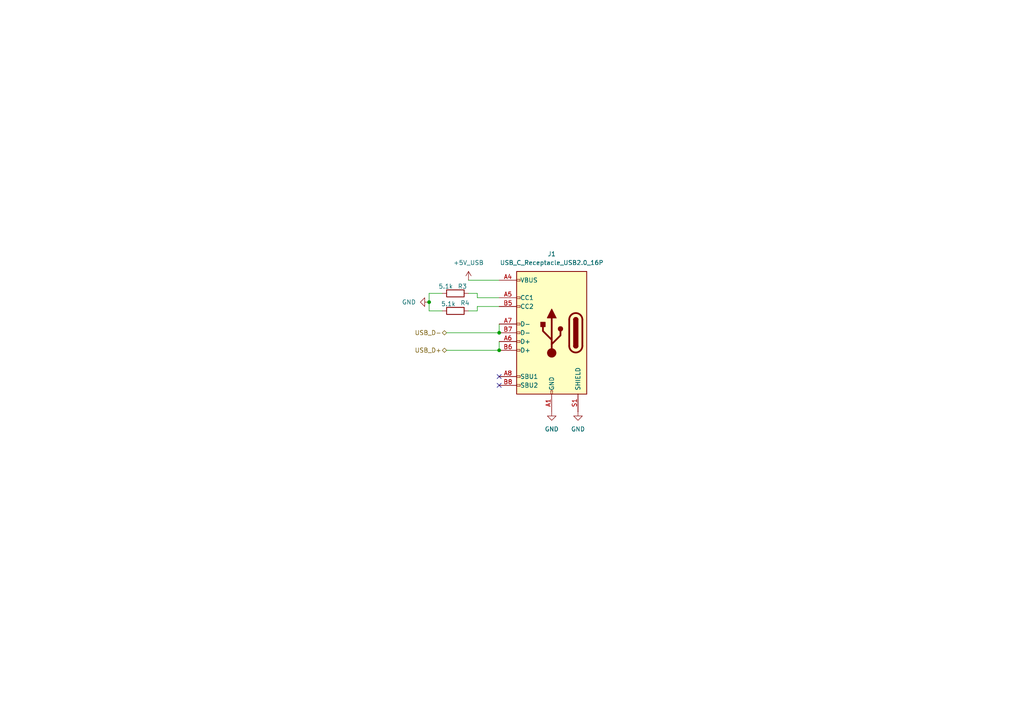
<source format=kicad_sch>
(kicad_sch (version 20250114) (generator "eeschema") (generator_version "9.0")
  (paper "A4")
  (lib_symbols
    (symbol "Connector:USB_C_Receptacle_USB2.0_16P" (pin_names (offset 1.016))
      (property "Reference" "J" (at 0 22.225 0))
      (property "Value" "USB_C_Receptacle_USB2.0_16P" (at 0 19.685 0))
      (symbol "USB_C_Receptacle_USB2.0_16P_0_0"
        (rectangle (start -0.254 -17.78) (end 0.254 -16.764))
        (rectangle (start 10.16 15.494) (end 9.144 14.986))
        (rectangle (start 10.16 10.414) (end 9.144 9.906))
        (rectangle (start 10.16 7.874) (end 9.144 7.366))
        (rectangle (start 10.16 2.794) (end 9.144 2.286))
        (rectangle (start 10.16 0.254) (end 9.144 -0.254))
        (rectangle (start 10.16 -2.286) (end 9.144 -2.794))
        (rectangle (start 10.16 -4.826) (end 9.144 -5.334))
        (rectangle (start 10.16 -12.446) (end 9.144 -12.954))
        (rectangle (start 10.16 -14.986) (end 9.144 -15.494))
      )
      (symbol "USB_C_Receptacle_USB2.0_16P_0_1"
        (rectangle (start -10.16 17.78) (end 10.16 -17.78) (stroke (width 0.254)) (fill (type background)))
        (polyline (pts (xy -8.89 -3.81) (xy -8.89 3.81)) (stroke (width 0.508)))
        (rectangle (start -7.62 -3.81) (end -6.35 3.81) (stroke (width 0.254)) (fill (type outline)))
        (arc (start -7.62 3.81) (mid -6.985 4.4423) (end -6.35 3.81) (stroke (width 0.254)))
        (arc (start -7.62 3.81) (mid -6.985 4.4423) (end -6.35 3.81) (stroke (width 0.254)) (fill (type outline)))
        (arc (start -8.89 3.81) (mid -6.985 5.7067) (end -5.08 3.81) (stroke (width 0.508)))
        (arc (start -5.08 -3.81) (mid -6.985 -5.7067) (end -8.89 -3.81) (stroke (width 0.508)))
        (arc (start -6.35 -3.81) (mid -6.985 -4.4423) (end -7.62 -3.81) (stroke (width 0.254)))
        (arc (start -6.35 -3.81) (mid -6.985 -4.4423) (end -7.62 -3.81) (stroke (width 0.254)) (fill (type outline)))
        (polyline (pts (xy -5.08 3.81) (xy -5.08 -3.81)) (stroke (width 0.508)))
        (circle (center -2.54 1.143) (radius 0.635) (stroke (width 0.254)) (fill (type outline)))
        (polyline (pts (xy -1.27 4.318) (xy 0 6.858) (xy 1.27 4.318) (xy -1.27 4.318)) (stroke (width 0.254)) (fill (type outline)))
        (polyline (pts (xy 0 -2.032) (xy 2.54 0.508) (xy 2.54 1.778)) (stroke (width 0.508)))
        (polyline (pts (xy 0 -3.302) (xy -2.54 -0.762) (xy -2.54 0.508)) (stroke (width 0.508)))
        (polyline (pts (xy 0 -5.842) (xy 0 4.318)) (stroke (width 0.508)))
        (circle (center 0 -5.842) (radius 1.27) (fill (type outline)))
        (rectangle (start 1.905 1.778) (end 3.175 3.048) (stroke (width 0.254)) (fill (type outline)))
      )
      (symbol "USB_C_Receptacle_USB2.0_16P_1_1"
        (pin passive line (at -7.62 -22.86 90) (length 5.08) (name "SHIELD") (number "S1"))
        (pin passive line (at 0 -22.86 90) (length 5.08) (name "GND") (number "A1"))
        (pin passive line (at 0 -22.86 90) (length 5.08) (hide yes) (name "GND") (number "A12"))
        (pin passive line (at 0 -22.86 90) (length 5.08) (hide yes) (name "GND") (number "B1"))
        (pin passive line (at 0 -22.86 90) (length 5.08) (hide yes) (name "GND") (number "B12"))
        (pin passive line (at 15.24 15.24 180) (length 5.08) (name "VBUS") (number "A4"))
        (pin passive line (at 15.24 15.24 180) (length 5.08) (hide yes) (name "VBUS") (number "A9"))
        (pin passive line (at 15.24 15.24 180) (length 5.08) (hide yes) (name "VBUS") (number "B4"))
        (pin passive line (at 15.24 15.24 180) (length 5.08) (hide yes) (name "VBUS") (number "B9"))
        (pin bidirectional line (at 15.24 10.16 180) (length 5.08) (name "CC1") (number "A5"))
        (pin bidirectional line (at 15.24 7.62 180) (length 5.08) (name "CC2") (number "B5"))
        (pin bidirectional line (at 15.24 2.54 180) (length 5.08) (name "D-") (number "A7"))
        (pin bidirectional line (at 15.24 0 180) (length 5.08) (name "D-") (number "B7"))
        (pin bidirectional line (at 15.24 -2.54 180) (length 5.08) (name "D+") (number "A6"))
        (pin bidirectional line (at 15.24 -5.08 180) (length 5.08) (name "D+") (number "B6"))
        (pin bidirectional line (at 15.24 -12.7 180) (length 5.08) (name "SBU1") (number "A8"))
        (pin bidirectional line (at 15.24 -15.24 180) (length 5.08) (name "SBU2") (number "B8"))
      )
    )
    (symbol "Device:R" (pin_numbers (hide yes)) (pin_names (offset 0))
      (property "Reference" "R" (at 2.032 0 90))
      (property "Value" "R" (at 0 0 90))
      (symbol "R_0_1"
        (rectangle (start -1.016 -2.54) (end 1.016 2.54) (stroke (width 0.254)))
      )
      (symbol "R_1_1"
        (pin passive line (at 0 3.81 270) (length 1.27) (name "~") (number "1"))
        (pin passive line (at 0 -3.81 90) (length 1.27) (name "~") (number "2"))
      )
    )
    (symbol "power:+5V" (power) (pin_numbers (hide yes)) (pin_names (offset 0) (hide yes))
      (property "Value" "+5V" (at 0 3.556 0))
      (symbol "+5V_0_1"
        (polyline (pts (xy -0.762 1.27) (xy 0 2.54)))
        (polyline (pts (xy 0 2.54) (xy 0.762 1.27)))
        (polyline (pts (xy 0 0) (xy 0 2.54)))
      )
      (symbol "+5V_1_1"
        (pin power_in line (at 0 0 90) (length 0) (name "~") (number "1"))
      )
    )
    (symbol "power:GND" (power) (pin_numbers (hide yes)) (pin_names (offset 0) (hide yes))
      (property "Value" "GND" (at 0 -3.81 0))
      (symbol "GND_0_1"
        (polyline (pts (xy 0 0) (xy 0 -1.27) (xy 1.27 -1.27) (xy 0 -2.54) (xy -1.27 -1.27) (xy 0 -1.27)))
      )
      (symbol "GND_1_1"
        (pin power_in line (at 0 0 270) (length 0) (name "~") (number "1"))
      )
    )
  )
  (junction (at 144.78 101.6))
  (junction (at 124.46 87.63))
  (junction (at 144.78 96.52))
  (no_connect (at 144.78 111.76))
  (no_connect (at 144.78 109.22))
  (wire (pts (xy 144.78 86.36) (xy 138.43 86.36)))
  (wire (pts (xy 138.43 88.9) (xy 144.78 88.9)))
  (wire (pts (xy 135.89 81.28) (xy 144.78 81.28)))
  (wire (pts (xy 135.89 90.17) (xy 138.43 90.17)))
  (wire (pts (xy 124.46 90.17) (xy 128.27 90.17)))
  (wire (pts (xy 128.27 85.09) (xy 124.46 85.09)))
  (wire (pts (xy 129.54 101.6) (xy 144.78 101.6)))
  (wire (pts (xy 124.46 87.63) (xy 124.46 90.17)))
  (wire (pts (xy 138.43 90.17) (xy 138.43 88.9)))
  (wire (pts (xy 138.43 86.36) (xy 138.43 85.09)))
  (wire (pts (xy 129.54 96.52) (xy 144.78 96.52)))
  (wire (pts (xy 144.78 93.98) (xy 144.78 96.52)))
  (wire (pts (xy 124.46 85.09) (xy 124.46 87.63)))
  (wire (pts (xy 138.43 85.09) (xy 135.89 85.09)))
  (wire (pts (xy 144.78 99.06) (xy 144.78 101.6)))
  (hierarchical_label "USB_D+" (shape bidirectional) (at 129.54 101.6 180))
  (hierarchical_label "USB_D-" (shape bidirectional) (at 129.54 96.52 180))
  (symbol (lib_id "power:+5V") (at 135.89 81.28 0) (unit 1)
    (property "Reference" "#PWR010" (effects (hide yes)))
    (property "Value" "+5V_USB" (at 135.89 76.2 0))
    (property "Description" "Power symbol creates a global label with name \"+5V\"" (effects (hide yes)))
  )
  (symbol (lib_id "Device:R") (at 132.08 85.09 270) (unit 1)
    (property "Reference" "R3" (at 134.112 83.058 90))
    (property "Value" "5.1k" (at 129.286 83.058 90))
    (property "Description" "Resistor" (effects (hide yes)))
  )
  (symbol (lib_id "power:GND") (at 124.46 87.63 270) (unit 1)
    (property "Reference" "#PWR011" (effects (hide yes)))
    (property "Value" "GND" (at 120.65 87.6299 90) (effects (justify right)))
    (property "Description" "Power symbol creates a global label with name \"GND\" , ground" (effects (hide yes)))
  )
  (symbol (lib_id "power:GND") (at 167.64 119.38 0) (unit 1)
    (property "Reference" "#PWR013" (effects (hide yes)))
    (property "Value" "GND" (at 167.64 124.46 0))
    (property "Description" "Power symbol creates a global label with name \"GND\" , ground" (effects (hide yes)))
  )
  (symbol (lib_id "Device:R") (at 132.08 90.17 270) (unit 1)
    (property "Reference" "R4" (at 134.874 87.884 90))
    (property "Value" "5.1k" (at 130.048 88.138 90))
    (property "Description" "Resistor" (effects (hide yes)))
  )
  (symbol (lib_id "Connector:USB_C_Receptacle_USB2.0_16P") (at 160.02 96.52 0) (mirror y) (unit 1)
    (property "Reference" "J1" (at 160.02 73.66 0))
    (property "Value" "USB_C_Receptacle_USB2.0_16P" (at 160.02 76.2 0))
    (property "Footprint" "Control custom:USB-C SMD+THT" (effects (hide yes)))
    (property "Datasheet" "https://www.usb.org/sites/default/files/documents/usb_type-c.zip" (effects (hide yes)))
    (property "Description" "USB 2.0-only 16P Type-C Receptacle connector" (effects (hide yes)))
  )
  (symbol (lib_id "power:GND") (at 160.02 119.38 0) (unit 1)
    (property "Reference" "#PWR012" (effects (hide yes)))
    (property "Value" "GND" (at 160.02 124.46 0))
    (property "Description" "Power symbol creates a global label with name \"GND\" , ground" (effects (hide yes)))
  )
)
</source>
